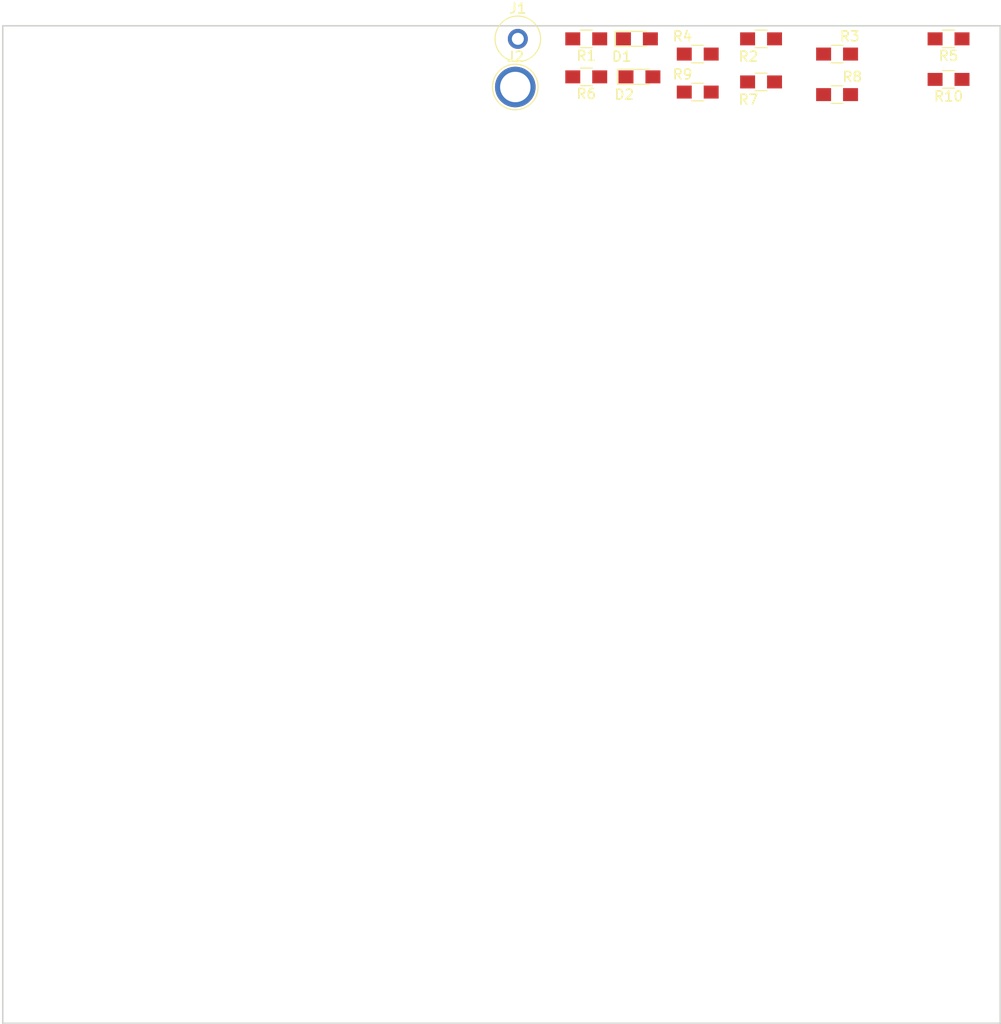
<source format=kicad_pcb>
(kicad_pcb (version 4) (host pcbnew 4.0.7)

  (general
    (links 17)
    (no_connects 17)
    (area 99.924999 49.924999 200.075001 150.075001)
    (thickness 1.6)
    (drawings 9)
    (tracks 0)
    (zones 0)
    (modules 14)
    (nets 10)
  )

  (page A4)
  (layers
    (0 F.Cu signal)
    (31 B.Cu signal)
    (32 B.Adhes user)
    (33 F.Adhes user)
    (34 B.Paste user)
    (35 F.Paste user)
    (36 B.SilkS user)
    (37 F.SilkS user)
    (38 B.Mask user)
    (39 F.Mask user)
    (40 Dwgs.User user)
    (41 Cmts.User user)
    (42 Eco1.User user)
    (43 Eco2.User user)
    (44 Edge.Cuts user)
    (45 Margin user)
    (46 B.CrtYd user)
    (47 F.CrtYd user)
    (48 B.Fab user)
    (49 F.Fab user)
  )

  (setup
    (last_trace_width 0.25)
    (trace_clearance 0.2)
    (zone_clearance 0.508)
    (zone_45_only no)
    (trace_min 0.2)
    (segment_width 0.2)
    (edge_width 0.15)
    (via_size 0.6)
    (via_drill 0.4)
    (via_min_size 0.4)
    (via_min_drill 0.3)
    (uvia_size 0.3)
    (uvia_drill 0.1)
    (uvias_allowed no)
    (uvia_min_size 0.2)
    (uvia_min_drill 0.1)
    (pcb_text_width 0.3)
    (pcb_text_size 1.5 1.5)
    (mod_edge_width 0.15)
    (mod_text_size 1 1)
    (mod_text_width 0.15)
    (pad_size 2 2)
    (pad_drill 1.2)
    (pad_to_mask_clearance 0.2)
    (aux_axis_origin 0 0)
    (visible_elements 7FFFFFFF)
    (pcbplotparams
      (layerselection 0x00030_80000001)
      (usegerberextensions false)
      (excludeedgelayer true)
      (linewidth 0.100000)
      (plotframeref false)
      (viasonmask false)
      (mode 1)
      (useauxorigin false)
      (hpglpennumber 1)
      (hpglpenspeed 20)
      (hpglpendiameter 15)
      (hpglpenoverlay 2)
      (psnegative false)
      (psa4output false)
      (plotreference true)
      (plotvalue true)
      (plotinvisibletext false)
      (padsonsilk false)
      (subtractmaskfromsilk false)
      (outputformat 1)
      (mirror false)
      (drillshape 1)
      (scaleselection 1)
      (outputdirectory ""))
  )

  (net 0 "")
  (net 1 "Net-(D1-Pad1)")
  (net 2 "Net-(D1-Pad2)")
  (net 3 "Net-(D2-Pad1)")
  (net 4 "Net-(D2-Pad2)")
  (net 5 /5v)
  (net 6 /12v)
  (net 7 GND)
  (net 8 "Net-(J1-Pad1)")
  (net 9 "Net-(J2-Pad1)")

  (net_class Default "This is the default net class."
    (clearance 0.2)
    (trace_width 0.25)
    (via_dia 0.6)
    (via_drill 0.4)
    (uvia_dia 0.3)
    (uvia_drill 0.1)
    (add_net /12v)
    (add_net /5v)
    (add_net GND)
    (add_net "Net-(D1-Pad1)")
    (add_net "Net-(D1-Pad2)")
    (add_net "Net-(D2-Pad1)")
    (add_net "Net-(D2-Pad2)")
    (add_net "Net-(J1-Pad1)")
    (add_net "Net-(J2-Pad1)")
  )

  (module LEDs:LED_0805_HandSoldering (layer F.Cu) (tedit 5D459CD1) (tstamp 5D459434)
    (at 163.576 51.308)
    (descr "Resistor SMD 0805, hand soldering")
    (tags "resistor 0805")
    (path /5D459767)
    (attr smd)
    (fp_text reference D1 (at -1.524 1.778) (layer F.SilkS)
      (effects (font (size 1 1) (thickness 0.15)))
    )
    (fp_text value LED (at 0 1.75) (layer F.Fab)
      (effects (font (size 1 1) (thickness 0.15)))
    )
    (fp_line (start -0.4 -0.4) (end -0.4 0.4) (layer F.Fab) (width 0.1))
    (fp_line (start -0.4 0) (end 0.2 -0.4) (layer F.Fab) (width 0.1))
    (fp_line (start 0.2 0.4) (end -0.4 0) (layer F.Fab) (width 0.1))
    (fp_line (start 0.2 -0.4) (end 0.2 0.4) (layer F.Fab) (width 0.1))
    (fp_line (start -1 0.62) (end -1 -0.62) (layer F.Fab) (width 0.1))
    (fp_line (start 1 0.62) (end -1 0.62) (layer F.Fab) (width 0.1))
    (fp_line (start 1 -0.62) (end 1 0.62) (layer F.Fab) (width 0.1))
    (fp_line (start -1 -0.62) (end 1 -0.62) (layer F.Fab) (width 0.1))
    (fp_line (start 1 0.75) (end -2.2 0.75) (layer F.SilkS) (width 0.12))
    (fp_line (start -2.2 -0.75) (end 1 -0.75) (layer F.SilkS) (width 0.12))
    (fp_line (start -2.35 -0.9) (end 2.35 -0.9) (layer F.CrtYd) (width 0.05))
    (fp_line (start -2.35 -0.9) (end -2.35 0.9) (layer F.CrtYd) (width 0.05))
    (fp_line (start 2.35 0.9) (end 2.35 -0.9) (layer F.CrtYd) (width 0.05))
    (fp_line (start 2.35 0.9) (end -2.35 0.9) (layer F.CrtYd) (width 0.05))
    (fp_line (start -2.2 -0.75) (end -2.2 0.75) (layer F.SilkS) (width 0.12))
    (pad 1 smd rect (at -1.35 0) (size 1.5 1.3) (layers F.Cu F.Paste F.Mask)
      (net 1 "Net-(D1-Pad1)"))
    (pad 2 smd rect (at 1.35 0) (size 1.5 1.3) (layers F.Cu F.Paste F.Mask)
      (net 2 "Net-(D1-Pad2)"))
    (model ${KISYS3DMOD}/LEDs.3dshapes/LED_0805.wrl
      (at (xyz 0 0 0))
      (scale (xyz 1 1 1))
      (rotate (xyz 0 0 0))
    )
  )

  (module LEDs:LED_0805_HandSoldering (layer F.Cu) (tedit 5D459CB2) (tstamp 5D459449)
    (at 163.83 55.118)
    (descr "Resistor SMD 0805, hand soldering")
    (tags "resistor 0805")
    (path /5D451B56)
    (attr smd)
    (fp_text reference D2 (at -1.524 1.778) (layer F.SilkS)
      (effects (font (size 1 1) (thickness 0.15)))
    )
    (fp_text value LED (at 0 1.75) (layer F.Fab)
      (effects (font (size 1 1) (thickness 0.15)))
    )
    (fp_line (start -0.4 -0.4) (end -0.4 0.4) (layer F.Fab) (width 0.1))
    (fp_line (start -0.4 0) (end 0.2 -0.4) (layer F.Fab) (width 0.1))
    (fp_line (start 0.2 0.4) (end -0.4 0) (layer F.Fab) (width 0.1))
    (fp_line (start 0.2 -0.4) (end 0.2 0.4) (layer F.Fab) (width 0.1))
    (fp_line (start -1 0.62) (end -1 -0.62) (layer F.Fab) (width 0.1))
    (fp_line (start 1 0.62) (end -1 0.62) (layer F.Fab) (width 0.1))
    (fp_line (start 1 -0.62) (end 1 0.62) (layer F.Fab) (width 0.1))
    (fp_line (start -1 -0.62) (end 1 -0.62) (layer F.Fab) (width 0.1))
    (fp_line (start 1 0.75) (end -2.2 0.75) (layer F.SilkS) (width 0.12))
    (fp_line (start -2.2 -0.75) (end 1 -0.75) (layer F.SilkS) (width 0.12))
    (fp_line (start -2.35 -0.9) (end 2.35 -0.9) (layer F.CrtYd) (width 0.05))
    (fp_line (start -2.35 -0.9) (end -2.35 0.9) (layer F.CrtYd) (width 0.05))
    (fp_line (start 2.35 0.9) (end 2.35 -0.9) (layer F.CrtYd) (width 0.05))
    (fp_line (start 2.35 0.9) (end -2.35 0.9) (layer F.CrtYd) (width 0.05))
    (fp_line (start -2.2 -0.75) (end -2.2 0.75) (layer F.SilkS) (width 0.12))
    (pad 1 smd rect (at -1.35 0) (size 1.5 1.3) (layers F.Cu F.Paste F.Mask)
      (net 3 "Net-(D2-Pad1)"))
    (pad 2 smd rect (at 1.35 0) (size 1.5 1.3) (layers F.Cu F.Paste F.Mask)
      (net 4 "Net-(D2-Pad2)"))
    (model ${KISYS3DMOD}/LEDs.3dshapes/LED_0805.wrl
      (at (xyz 0 0 0))
      (scale (xyz 1 1 1))
      (rotate (xyz 0 0 0))
    )
  )

  (module Connectors:1pin (layer F.Cu) (tedit 5D459B95) (tstamp 5D459451)
    (at 151.638 51.308)
    (descr "module 1 pin (ou trou mecanique de percage)")
    (tags DEV)
    (path /5D45976D)
    (fp_text reference J1 (at 0 -3.048) (layer F.SilkS)
      (effects (font (size 1 1) (thickness 0.15)))
    )
    (fp_text value Conn_01x01 (at 0 3) (layer F.Fab)
      (effects (font (size 1 1) (thickness 0.15)))
    )
    (fp_circle (center 0 0) (end 2 0.8) (layer F.Fab) (width 0.1))
    (fp_circle (center 0 0) (end 2.6 0) (layer F.CrtYd) (width 0.05))
    (fp_circle (center 0 0) (end 0 -2.286) (layer F.SilkS) (width 0.12))
    (pad 1 thru_hole circle (at 0 0) (size 2 2) (drill 1.2) (layers *.Cu *.Mask)
      (net 8 "Net-(J1-Pad1)"))
  )

  (module Connectors:1pin (layer F.Cu) (tedit 5861332C) (tstamp 5D459459)
    (at 151.384 56.134)
    (descr "module 1 pin (ou trou mecanique de percage)")
    (tags DEV)
    (path /5D451BEB)
    (fp_text reference J2 (at 0 -3.048) (layer F.SilkS)
      (effects (font (size 1 1) (thickness 0.15)))
    )
    (fp_text value Conn_01x01 (at 0 3) (layer F.Fab)
      (effects (font (size 1 1) (thickness 0.15)))
    )
    (fp_circle (center 0 0) (end 2 0.8) (layer F.Fab) (width 0.1))
    (fp_circle (center 0 0) (end 2.6 0) (layer F.CrtYd) (width 0.05))
    (fp_circle (center 0 0) (end 0 -2.286) (layer F.SilkS) (width 0.12))
    (pad 1 thru_hole circle (at 0 0) (size 4.064 4.064) (drill 3.048) (layers *.Cu *.Mask)
      (net 9 "Net-(J2-Pad1)"))
  )

  (module Resistors_SMD:R_0805_HandSoldering (layer F.Cu) (tedit 58E0A804) (tstamp 5D45946A)
    (at 158.496 51.308 180)
    (descr "Resistor SMD 0805, hand soldering")
    (tags "resistor 0805")
    (path /5D459E7E)
    (attr smd)
    (fp_text reference R1 (at 0 -1.7 180) (layer F.SilkS)
      (effects (font (size 1 1) (thickness 0.15)))
    )
    (fp_text value R (at 0 1.75 180) (layer F.Fab)
      (effects (font (size 1 1) (thickness 0.15)))
    )
    (fp_text user %R (at 0 0 180) (layer F.Fab)
      (effects (font (size 0.5 0.5) (thickness 0.075)))
    )
    (fp_line (start -1 0.62) (end -1 -0.62) (layer F.Fab) (width 0.1))
    (fp_line (start 1 0.62) (end -1 0.62) (layer F.Fab) (width 0.1))
    (fp_line (start 1 -0.62) (end 1 0.62) (layer F.Fab) (width 0.1))
    (fp_line (start -1 -0.62) (end 1 -0.62) (layer F.Fab) (width 0.1))
    (fp_line (start 0.6 0.88) (end -0.6 0.88) (layer F.SilkS) (width 0.12))
    (fp_line (start -0.6 -0.88) (end 0.6 -0.88) (layer F.SilkS) (width 0.12))
    (fp_line (start -2.35 -0.9) (end 2.35 -0.9) (layer F.CrtYd) (width 0.05))
    (fp_line (start -2.35 -0.9) (end -2.35 0.9) (layer F.CrtYd) (width 0.05))
    (fp_line (start 2.35 0.9) (end 2.35 -0.9) (layer F.CrtYd) (width 0.05))
    (fp_line (start 2.35 0.9) (end -2.35 0.9) (layer F.CrtYd) (width 0.05))
    (pad 1 smd rect (at -1.35 0 180) (size 1.5 1.3) (layers F.Cu F.Paste F.Mask)
      (net 1 "Net-(D1-Pad1)"))
    (pad 2 smd rect (at 1.35 0 180) (size 1.5 1.3) (layers F.Cu F.Paste F.Mask)
      (net 8 "Net-(J1-Pad1)"))
    (model ${KISYS3DMOD}/Resistors_SMD.3dshapes/R_0805.wrl
      (at (xyz 0 0 0))
      (scale (xyz 1 1 1))
      (rotate (xyz 0 0 0))
    )
  )

  (module Resistors_SMD:R_0805_HandSoldering (layer F.Cu) (tedit 5D459C9F) (tstamp 5D45947B)
    (at 176.022 51.308)
    (descr "Resistor SMD 0805, hand soldering")
    (tags "resistor 0805")
    (path /5D459761)
    (attr smd)
    (fp_text reference R2 (at -1.27 1.778) (layer F.SilkS)
      (effects (font (size 1 1) (thickness 0.15)))
    )
    (fp_text value R (at 0 1.75) (layer F.Fab)
      (effects (font (size 1 1) (thickness 0.15)))
    )
    (fp_text user %R (at 0 0) (layer F.Fab)
      (effects (font (size 0.5 0.5) (thickness 0.075)))
    )
    (fp_line (start -1 0.62) (end -1 -0.62) (layer F.Fab) (width 0.1))
    (fp_line (start 1 0.62) (end -1 0.62) (layer F.Fab) (width 0.1))
    (fp_line (start 1 -0.62) (end 1 0.62) (layer F.Fab) (width 0.1))
    (fp_line (start -1 -0.62) (end 1 -0.62) (layer F.Fab) (width 0.1))
    (fp_line (start 0.6 0.88) (end -0.6 0.88) (layer F.SilkS) (width 0.12))
    (fp_line (start -0.6 -0.88) (end 0.6 -0.88) (layer F.SilkS) (width 0.12))
    (fp_line (start -2.35 -0.9) (end 2.35 -0.9) (layer F.CrtYd) (width 0.05))
    (fp_line (start -2.35 -0.9) (end -2.35 0.9) (layer F.CrtYd) (width 0.05))
    (fp_line (start 2.35 0.9) (end 2.35 -0.9) (layer F.CrtYd) (width 0.05))
    (fp_line (start 2.35 0.9) (end -2.35 0.9) (layer F.CrtYd) (width 0.05))
    (pad 1 smd rect (at -1.35 0) (size 1.5 1.3) (layers F.Cu F.Paste F.Mask)
      (net 2 "Net-(D1-Pad2)"))
    (pad 2 smd rect (at 1.35 0) (size 1.5 1.3) (layers F.Cu F.Paste F.Mask)
      (net 5 /5v))
    (model ${KISYS3DMOD}/Resistors_SMD.3dshapes/R_0805.wrl
      (at (xyz 0 0 0))
      (scale (xyz 1 1 1))
      (rotate (xyz 0 0 0))
    )
  )

  (module Resistors_SMD:R_0805_HandSoldering (layer F.Cu) (tedit 5D459C98) (tstamp 5D45948C)
    (at 183.642 52.832)
    (descr "Resistor SMD 0805, hand soldering")
    (tags "resistor 0805")
    (path /5D459779)
    (attr smd)
    (fp_text reference R3 (at 1.27 -1.778) (layer F.SilkS)
      (effects (font (size 1 1) (thickness 0.15)))
    )
    (fp_text value R (at 0 1.75) (layer F.Fab)
      (effects (font (size 1 1) (thickness 0.15)))
    )
    (fp_text user %R (at 0 0) (layer F.Fab)
      (effects (font (size 0.5 0.5) (thickness 0.075)))
    )
    (fp_line (start -1 0.62) (end -1 -0.62) (layer F.Fab) (width 0.1))
    (fp_line (start 1 0.62) (end -1 0.62) (layer F.Fab) (width 0.1))
    (fp_line (start 1 -0.62) (end 1 0.62) (layer F.Fab) (width 0.1))
    (fp_line (start -1 -0.62) (end 1 -0.62) (layer F.Fab) (width 0.1))
    (fp_line (start 0.6 0.88) (end -0.6 0.88) (layer F.SilkS) (width 0.12))
    (fp_line (start -0.6 -0.88) (end 0.6 -0.88) (layer F.SilkS) (width 0.12))
    (fp_line (start -2.35 -0.9) (end 2.35 -0.9) (layer F.CrtYd) (width 0.05))
    (fp_line (start -2.35 -0.9) (end -2.35 0.9) (layer F.CrtYd) (width 0.05))
    (fp_line (start 2.35 0.9) (end 2.35 -0.9) (layer F.CrtYd) (width 0.05))
    (fp_line (start 2.35 0.9) (end -2.35 0.9) (layer F.CrtYd) (width 0.05))
    (pad 1 smd rect (at -1.35 0) (size 1.5 1.3) (layers F.Cu F.Paste F.Mask)
      (net 2 "Net-(D1-Pad2)"))
    (pad 2 smd rect (at 1.35 0) (size 1.5 1.3) (layers F.Cu F.Paste F.Mask)
      (net 6 /12v))
    (model ${KISYS3DMOD}/Resistors_SMD.3dshapes/R_0805.wrl
      (at (xyz 0 0 0))
      (scale (xyz 1 1 1))
      (rotate (xyz 0 0 0))
    )
  )

  (module Resistors_SMD:R_0805_HandSoldering (layer F.Cu) (tedit 5D459CCB) (tstamp 5D45949D)
    (at 169.672 52.832 180)
    (descr "Resistor SMD 0805, hand soldering")
    (tags "resistor 0805")
    (path /5D459784)
    (attr smd)
    (fp_text reference R4 (at 1.524 1.778 180) (layer F.SilkS)
      (effects (font (size 1 1) (thickness 0.15)))
    )
    (fp_text value R (at 0 1.75 180) (layer F.Fab)
      (effects (font (size 1 1) (thickness 0.15)))
    )
    (fp_text user %R (at 0 0 180) (layer F.Fab)
      (effects (font (size 0.5 0.5) (thickness 0.075)))
    )
    (fp_line (start -1 0.62) (end -1 -0.62) (layer F.Fab) (width 0.1))
    (fp_line (start 1 0.62) (end -1 0.62) (layer F.Fab) (width 0.1))
    (fp_line (start 1 -0.62) (end 1 0.62) (layer F.Fab) (width 0.1))
    (fp_line (start -1 -0.62) (end 1 -0.62) (layer F.Fab) (width 0.1))
    (fp_line (start 0.6 0.88) (end -0.6 0.88) (layer F.SilkS) (width 0.12))
    (fp_line (start -0.6 -0.88) (end 0.6 -0.88) (layer F.SilkS) (width 0.12))
    (fp_line (start -2.35 -0.9) (end 2.35 -0.9) (layer F.CrtYd) (width 0.05))
    (fp_line (start -2.35 -0.9) (end -2.35 0.9) (layer F.CrtYd) (width 0.05))
    (fp_line (start 2.35 0.9) (end 2.35 -0.9) (layer F.CrtYd) (width 0.05))
    (fp_line (start 2.35 0.9) (end -2.35 0.9) (layer F.CrtYd) (width 0.05))
    (pad 1 smd rect (at -1.35 0 180) (size 1.5 1.3) (layers F.Cu F.Paste F.Mask)
      (net 7 GND))
    (pad 2 smd rect (at 1.35 0 180) (size 1.5 1.3) (layers F.Cu F.Paste F.Mask)
      (net 1 "Net-(D1-Pad1)"))
    (model ${KISYS3DMOD}/Resistors_SMD.3dshapes/R_0805.wrl
      (at (xyz 0 0 0))
      (scale (xyz 1 1 1))
      (rotate (xyz 0 0 0))
    )
  )

  (module Resistors_SMD:R_0805_HandSoldering (layer F.Cu) (tedit 58E0A804) (tstamp 5D4594AE)
    (at 194.818 51.308 180)
    (descr "Resistor SMD 0805, hand soldering")
    (tags "resistor 0805")
    (path /5D459755)
    (attr smd)
    (fp_text reference R5 (at 0 -1.7 180) (layer F.SilkS)
      (effects (font (size 1 1) (thickness 0.15)))
    )
    (fp_text value R (at 0 1.75 180) (layer F.Fab)
      (effects (font (size 1 1) (thickness 0.15)))
    )
    (fp_text user %R (at 0 0 180) (layer F.Fab)
      (effects (font (size 0.5 0.5) (thickness 0.075)))
    )
    (fp_line (start -1 0.62) (end -1 -0.62) (layer F.Fab) (width 0.1))
    (fp_line (start 1 0.62) (end -1 0.62) (layer F.Fab) (width 0.1))
    (fp_line (start 1 -0.62) (end 1 0.62) (layer F.Fab) (width 0.1))
    (fp_line (start -1 -0.62) (end 1 -0.62) (layer F.Fab) (width 0.1))
    (fp_line (start 0.6 0.88) (end -0.6 0.88) (layer F.SilkS) (width 0.12))
    (fp_line (start -0.6 -0.88) (end 0.6 -0.88) (layer F.SilkS) (width 0.12))
    (fp_line (start -2.35 -0.9) (end 2.35 -0.9) (layer F.CrtYd) (width 0.05))
    (fp_line (start -2.35 -0.9) (end -2.35 0.9) (layer F.CrtYd) (width 0.05))
    (fp_line (start 2.35 0.9) (end 2.35 -0.9) (layer F.CrtYd) (width 0.05))
    (fp_line (start 2.35 0.9) (end -2.35 0.9) (layer F.CrtYd) (width 0.05))
    (pad 1 smd rect (at -1.35 0 180) (size 1.5 1.3) (layers F.Cu F.Paste F.Mask)
      (net 7 GND))
    (pad 2 smd rect (at 1.35 0 180) (size 1.5 1.3) (layers F.Cu F.Paste F.Mask)
      (net 2 "Net-(D1-Pad2)"))
    (model ${KISYS3DMOD}/Resistors_SMD.3dshapes/R_0805.wrl
      (at (xyz 0 0 0))
      (scale (xyz 1 1 1))
      (rotate (xyz 0 0 0))
    )
  )

  (module Resistors_SMD:R_0805_HandSoldering (layer F.Cu) (tedit 58E0A804) (tstamp 5D4594BF)
    (at 158.496 55.118 180)
    (descr "Resistor SMD 0805, hand soldering")
    (tags "resistor 0805")
    (path /5D45A00A)
    (attr smd)
    (fp_text reference R6 (at 0 -1.7 180) (layer F.SilkS)
      (effects (font (size 1 1) (thickness 0.15)))
    )
    (fp_text value R (at 0 1.75 180) (layer F.Fab)
      (effects (font (size 1 1) (thickness 0.15)))
    )
    (fp_text user %R (at 0 0 180) (layer F.Fab)
      (effects (font (size 0.5 0.5) (thickness 0.075)))
    )
    (fp_line (start -1 0.62) (end -1 -0.62) (layer F.Fab) (width 0.1))
    (fp_line (start 1 0.62) (end -1 0.62) (layer F.Fab) (width 0.1))
    (fp_line (start 1 -0.62) (end 1 0.62) (layer F.Fab) (width 0.1))
    (fp_line (start -1 -0.62) (end 1 -0.62) (layer F.Fab) (width 0.1))
    (fp_line (start 0.6 0.88) (end -0.6 0.88) (layer F.SilkS) (width 0.12))
    (fp_line (start -0.6 -0.88) (end 0.6 -0.88) (layer F.SilkS) (width 0.12))
    (fp_line (start -2.35 -0.9) (end 2.35 -0.9) (layer F.CrtYd) (width 0.05))
    (fp_line (start -2.35 -0.9) (end -2.35 0.9) (layer F.CrtYd) (width 0.05))
    (fp_line (start 2.35 0.9) (end 2.35 -0.9) (layer F.CrtYd) (width 0.05))
    (fp_line (start 2.35 0.9) (end -2.35 0.9) (layer F.CrtYd) (width 0.05))
    (pad 1 smd rect (at -1.35 0 180) (size 1.5 1.3) (layers F.Cu F.Paste F.Mask)
      (net 3 "Net-(D2-Pad1)"))
    (pad 2 smd rect (at 1.35 0 180) (size 1.5 1.3) (layers F.Cu F.Paste F.Mask)
      (net 9 "Net-(J2-Pad1)"))
    (model ${KISYS3DMOD}/Resistors_SMD.3dshapes/R_0805.wrl
      (at (xyz 0 0 0))
      (scale (xyz 1 1 1))
      (rotate (xyz 0 0 0))
    )
  )

  (module Resistors_SMD:R_0805_HandSoldering (layer F.Cu) (tedit 5D459CA3) (tstamp 5D4594D0)
    (at 176.022 55.626)
    (descr "Resistor SMD 0805, hand soldering")
    (tags "resistor 0805")
    (path /5D451B32)
    (attr smd)
    (fp_text reference R7 (at -1.27 1.778) (layer F.SilkS)
      (effects (font (size 1 1) (thickness 0.15)))
    )
    (fp_text value R (at 0 1.75) (layer F.Fab)
      (effects (font (size 1 1) (thickness 0.15)))
    )
    (fp_text user %R (at 0 0) (layer F.Fab)
      (effects (font (size 0.5 0.5) (thickness 0.075)))
    )
    (fp_line (start -1 0.62) (end -1 -0.62) (layer F.Fab) (width 0.1))
    (fp_line (start 1 0.62) (end -1 0.62) (layer F.Fab) (width 0.1))
    (fp_line (start 1 -0.62) (end 1 0.62) (layer F.Fab) (width 0.1))
    (fp_line (start -1 -0.62) (end 1 -0.62) (layer F.Fab) (width 0.1))
    (fp_line (start 0.6 0.88) (end -0.6 0.88) (layer F.SilkS) (width 0.12))
    (fp_line (start -0.6 -0.88) (end 0.6 -0.88) (layer F.SilkS) (width 0.12))
    (fp_line (start -2.35 -0.9) (end 2.35 -0.9) (layer F.CrtYd) (width 0.05))
    (fp_line (start -2.35 -0.9) (end -2.35 0.9) (layer F.CrtYd) (width 0.05))
    (fp_line (start 2.35 0.9) (end 2.35 -0.9) (layer F.CrtYd) (width 0.05))
    (fp_line (start 2.35 0.9) (end -2.35 0.9) (layer F.CrtYd) (width 0.05))
    (pad 1 smd rect (at -1.35 0) (size 1.5 1.3) (layers F.Cu F.Paste F.Mask)
      (net 4 "Net-(D2-Pad2)"))
    (pad 2 smd rect (at 1.35 0) (size 1.5 1.3) (layers F.Cu F.Paste F.Mask)
      (net 5 /5v))
    (model ${KISYS3DMOD}/Resistors_SMD.3dshapes/R_0805.wrl
      (at (xyz 0 0 0))
      (scale (xyz 1 1 1))
      (rotate (xyz 0 0 0))
    )
  )

  (module Resistors_SMD:R_0805_HandSoldering (layer F.Cu) (tedit 5D459C9B) (tstamp 5D4594E1)
    (at 183.642 56.896)
    (descr "Resistor SMD 0805, hand soldering")
    (tags "resistor 0805")
    (path /5D451D17)
    (attr smd)
    (fp_text reference R8 (at 1.524 -1.778) (layer F.SilkS)
      (effects (font (size 1 1) (thickness 0.15)))
    )
    (fp_text value R (at 0 1.75) (layer F.Fab)
      (effects (font (size 1 1) (thickness 0.15)))
    )
    (fp_text user %R (at 0 0) (layer F.Fab)
      (effects (font (size 0.5 0.5) (thickness 0.075)))
    )
    (fp_line (start -1 0.62) (end -1 -0.62) (layer F.Fab) (width 0.1))
    (fp_line (start 1 0.62) (end -1 0.62) (layer F.Fab) (width 0.1))
    (fp_line (start 1 -0.62) (end 1 0.62) (layer F.Fab) (width 0.1))
    (fp_line (start -1 -0.62) (end 1 -0.62) (layer F.Fab) (width 0.1))
    (fp_line (start 0.6 0.88) (end -0.6 0.88) (layer F.SilkS) (width 0.12))
    (fp_line (start -0.6 -0.88) (end 0.6 -0.88) (layer F.SilkS) (width 0.12))
    (fp_line (start -2.35 -0.9) (end 2.35 -0.9) (layer F.CrtYd) (width 0.05))
    (fp_line (start -2.35 -0.9) (end -2.35 0.9) (layer F.CrtYd) (width 0.05))
    (fp_line (start 2.35 0.9) (end 2.35 -0.9) (layer F.CrtYd) (width 0.05))
    (fp_line (start 2.35 0.9) (end -2.35 0.9) (layer F.CrtYd) (width 0.05))
    (pad 1 smd rect (at -1.35 0) (size 1.5 1.3) (layers F.Cu F.Paste F.Mask)
      (net 4 "Net-(D2-Pad2)"))
    (pad 2 smd rect (at 1.35 0) (size 1.5 1.3) (layers F.Cu F.Paste F.Mask)
      (net 6 /12v))
    (model ${KISYS3DMOD}/Resistors_SMD.3dshapes/R_0805.wrl
      (at (xyz 0 0 0))
      (scale (xyz 1 1 1))
      (rotate (xyz 0 0 0))
    )
  )

  (module Resistors_SMD:R_0805_HandSoldering (layer F.Cu) (tedit 5D459CCE) (tstamp 5D45960C)
    (at 169.672 56.642 180)
    (descr "Resistor SMD 0805, hand soldering")
    (tags "resistor 0805")
    (path /5D4594A6)
    (attr smd)
    (fp_text reference R9 (at 1.524 1.778 180) (layer F.SilkS)
      (effects (font (size 1 1) (thickness 0.15)))
    )
    (fp_text value R (at 0 1.75 180) (layer F.Fab)
      (effects (font (size 1 1) (thickness 0.15)))
    )
    (fp_text user %R (at 0 0 180) (layer F.Fab)
      (effects (font (size 0.5 0.5) (thickness 0.075)))
    )
    (fp_line (start -1 0.62) (end -1 -0.62) (layer F.Fab) (width 0.1))
    (fp_line (start 1 0.62) (end -1 0.62) (layer F.Fab) (width 0.1))
    (fp_line (start 1 -0.62) (end 1 0.62) (layer F.Fab) (width 0.1))
    (fp_line (start -1 -0.62) (end 1 -0.62) (layer F.Fab) (width 0.1))
    (fp_line (start 0.6 0.88) (end -0.6 0.88) (layer F.SilkS) (width 0.12))
    (fp_line (start -0.6 -0.88) (end 0.6 -0.88) (layer F.SilkS) (width 0.12))
    (fp_line (start -2.35 -0.9) (end 2.35 -0.9) (layer F.CrtYd) (width 0.05))
    (fp_line (start -2.35 -0.9) (end -2.35 0.9) (layer F.CrtYd) (width 0.05))
    (fp_line (start 2.35 0.9) (end 2.35 -0.9) (layer F.CrtYd) (width 0.05))
    (fp_line (start 2.35 0.9) (end -2.35 0.9) (layer F.CrtYd) (width 0.05))
    (pad 1 smd rect (at -1.35 0 180) (size 1.5 1.3) (layers F.Cu F.Paste F.Mask)
      (net 7 GND))
    (pad 2 smd rect (at 1.35 0 180) (size 1.5 1.3) (layers F.Cu F.Paste F.Mask)
      (net 3 "Net-(D2-Pad1)"))
    (model ${KISYS3DMOD}/Resistors_SMD.3dshapes/R_0805.wrl
      (at (xyz 0 0 0))
      (scale (xyz 1 1 1))
      (rotate (xyz 0 0 0))
    )
  )

  (module Resistors_SMD:R_0805_HandSoldering (layer F.Cu) (tedit 58E0A804) (tstamp 5D45961D)
    (at 194.818 55.372 180)
    (descr "Resistor SMD 0805, hand soldering")
    (tags "resistor 0805")
    (path /5D4519CA)
    (attr smd)
    (fp_text reference R10 (at 0 -1.7 180) (layer F.SilkS)
      (effects (font (size 1 1) (thickness 0.15)))
    )
    (fp_text value R (at 0 1.75 180) (layer F.Fab)
      (effects (font (size 1 1) (thickness 0.15)))
    )
    (fp_text user %R (at 0 0 180) (layer F.Fab)
      (effects (font (size 0.5 0.5) (thickness 0.075)))
    )
    (fp_line (start -1 0.62) (end -1 -0.62) (layer F.Fab) (width 0.1))
    (fp_line (start 1 0.62) (end -1 0.62) (layer F.Fab) (width 0.1))
    (fp_line (start 1 -0.62) (end 1 0.62) (layer F.Fab) (width 0.1))
    (fp_line (start -1 -0.62) (end 1 -0.62) (layer F.Fab) (width 0.1))
    (fp_line (start 0.6 0.88) (end -0.6 0.88) (layer F.SilkS) (width 0.12))
    (fp_line (start -0.6 -0.88) (end 0.6 -0.88) (layer F.SilkS) (width 0.12))
    (fp_line (start -2.35 -0.9) (end 2.35 -0.9) (layer F.CrtYd) (width 0.05))
    (fp_line (start -2.35 -0.9) (end -2.35 0.9) (layer F.CrtYd) (width 0.05))
    (fp_line (start 2.35 0.9) (end 2.35 -0.9) (layer F.CrtYd) (width 0.05))
    (fp_line (start 2.35 0.9) (end -2.35 0.9) (layer F.CrtYd) (width 0.05))
    (pad 1 smd rect (at -1.35 0 180) (size 1.5 1.3) (layers F.Cu F.Paste F.Mask)
      (net 7 GND))
    (pad 2 smd rect (at 1.35 0 180) (size 1.5 1.3) (layers F.Cu F.Paste F.Mask)
      (net 4 "Net-(D2-Pad2)"))
    (model ${KISYS3DMOD}/Resistors_SMD.3dshapes/R_0805.wrl
      (at (xyz 0 0 0))
      (scale (xyz 1 1 1))
      (rotate (xyz 0 0 0))
    )
  )

  (gr_line (start 100.076 66) (end 199 66) (angle 90) (layer Cmts.User) (width 0.2))
  (gr_line (start 99.822 62) (end 199.644 62) (angle 90) (layer Cmts.User) (width 0.2))
  (gr_line (start 100.33 58) (end 199.644 58) (angle 90) (layer Cmts.User) (width 0.2))
  (gr_line (start 100 54) (end 200 54) (angle 90) (layer Cmts.User) (width 0.2))
  (gr_line (start 150 50) (end 150 150) (angle 90) (layer Cmts.User) (width 0.2))
  (gr_line (start 100 50) (end 100 150) (angle 90) (layer Edge.Cuts) (width 0.15))
  (gr_line (start 100 150) (end 200 150) (angle 90) (layer Edge.Cuts) (width 0.15))
  (gr_line (start 200 50) (end 200 150) (angle 90) (layer Edge.Cuts) (width 0.15))
  (gr_line (start 100 50) (end 200 50) (angle 90) (layer Edge.Cuts) (width 0.15))

)

</source>
